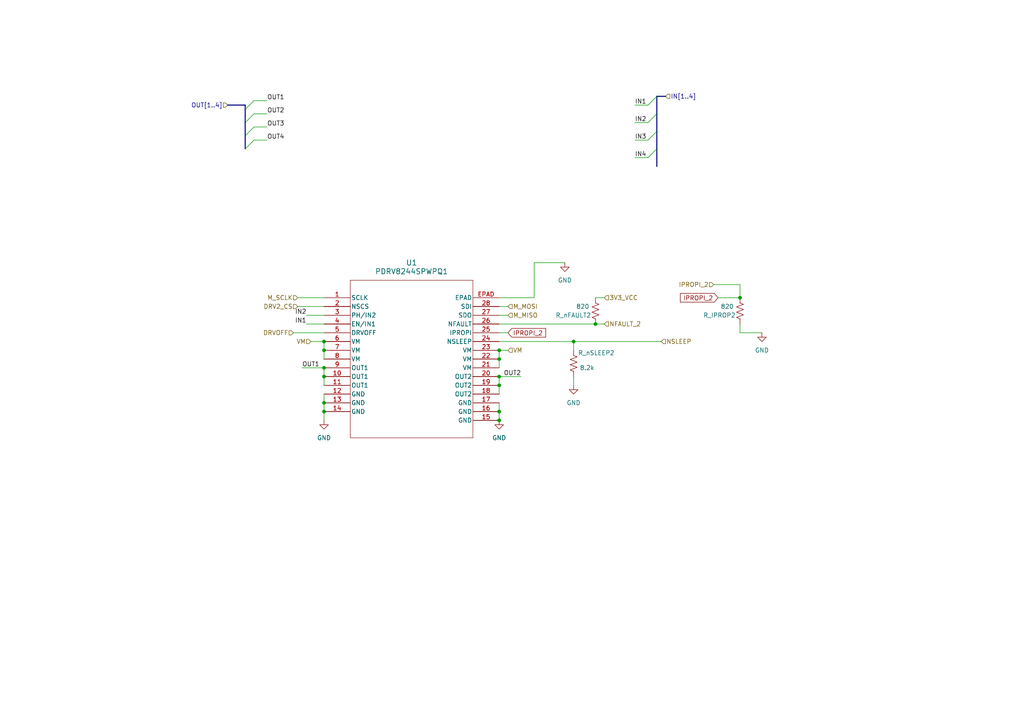
<source format=kicad_sch>
(kicad_sch (version 20231120) (generator "eeschema") (generator_version "8.0")
  (paper "A4")
  (lib_symbols
    (symbol "Device:R_US" (pin_numbers hide) (pin_names (offset 0))
      (property "Reference" "R" (at 2.54 0 90))
      (property "Value" "R_US" (at -2.54 0 90))
      (symbol "R_US_0_1"
        (polyline (pts (xy 0 -2.286) (xy 0 -2.54)))
        (polyline (pts (xy 0 2.286) (xy 0 2.54)))
        (polyline (pts (xy 0 -0.762) (xy 1.016 -1.143) (xy 0 -1.524) (xy -1.016 -1.905) (xy 0 -2.286)))
        (polyline (pts (xy 0 0.762) (xy 1.016 0.381) (xy 0 0) (xy -1.016 -0.381) (xy 0 -0.762)))
        (polyline (pts (xy 0 2.286) (xy 1.016 1.905) (xy 0 1.524) (xy -1.016 1.143) (xy 0 0.762)))
      )
      (symbol "R_US_1_1"
        (pin passive line (at 0 3.81 270) (length 1.27) (name "~") (number "1"))
        (pin passive line (at 0 -3.81 90) (length 1.27) (name "~") (number "2"))
      )
    )
    (symbol "PDRV8245SPWPQ1:PDRV8245SPWPQ1" (pin_names (offset 0.254))
      (property "Reference" "U" (at 25.4 10.16 0))
      (property "Value" "PDRV8245SPWPQ1" (at 25.4 7.62 0))
      (symbol "PDRV8245SPWPQ1_0_1"
        (polyline (pts (xy 7.62 -40.64) (xy 43.18 -40.64)) (stroke (width 0.127)))
        (polyline (pts (xy 7.62 5.08) (xy 7.62 -40.64)) (stroke (width 0.127)))
        (polyline (pts (xy 43.18 -40.64) (xy 43.18 5.08)) (stroke (width 0.127)))
        (polyline (pts (xy 43.18 5.08) (xy 7.62 5.08)) (stroke (width 0.127)))
        (pin input line (at 0 0 0) (length 7.62) (name "SCLK") (number "1"))
        (pin output line (at 0 -22.86 0) (length 7.62) (name "OUT1") (number "10"))
        (pin output line (at 0 -25.4 0) (length 7.62) (name "OUT1") (number "11"))
        (pin power_out line (at 0 -27.94 0) (length 7.62) (name "GND") (number "12"))
        (pin power_out line (at 0 -30.48 0) (length 7.62) (name "GND") (number "13"))
        (pin power_out line (at 0 -33.02 0) (length 7.62) (name "GND") (number "14"))
        (pin power_out line (at 50.8 -35.56 180) (length 7.62) (name "GND") (number "15"))
        (pin power_out line (at 50.8 -33.02 180) (length 7.62) (name "GND") (number "16"))
        (pin power_out line (at 50.8 -30.48 180) (length 7.62) (name "GND") (number "17"))
        (pin output line (at 50.8 -27.94 180) (length 7.62) (name "OUT2") (number "18"))
        (pin output line (at 50.8 -25.4 180) (length 7.62) (name "OUT2") (number "19"))
        (pin input line (at 0 -2.54 0) (length 7.62) (name "NSCS") (number "2"))
        (pin output line (at 50.8 -22.86 180) (length 7.62) (name "OUT2") (number "20"))
        (pin power_in line (at 50.8 -20.32 180) (length 7.62) (name "VM") (number "21"))
        (pin power_in line (at 50.8 -17.78 180) (length 7.62) (name "VM") (number "22"))
        (pin power_in line (at 50.8 -15.24 180) (length 7.62) (name "VM") (number "23"))
        (pin input line (at 50.8 -12.7 180) (length 7.62) (name "NSLEEP") (number "24"))
        (pin bidirectional line (at 50.8 -10.16 180) (length 7.62) (name "IPROPI") (number "25"))
        (pin output line (at 50.8 -7.62 180) (length 7.62) (name "NFAULT") (number "26"))
        (pin output line (at 50.8 -5.08 180) (length 7.62) (name "SDO") (number "27"))
        (pin input line (at 50.8 -2.54 180) (length 7.62) (name "SDI") (number "28"))
        (pin input line (at 0 -5.08 0) (length 7.62) (name "PH/IN2") (number "3"))
        (pin input line (at 0 -7.62 0) (length 7.62) (name "EN/IN1") (number "4"))
        (pin input line (at 0 -10.16 0) (length 7.62) (name "DRVOFF") (number "5"))
        (pin power_in line (at 0 -12.7 0) (length 7.62) (name "VM") (number "6"))
        (pin power_in line (at 0 -15.24 0) (length 7.62) (name "VM") (number "7"))
        (pin power_in line (at 0 -17.78 0) (length 7.62) (name "VM") (number "8"))
        (pin output line (at 0 -20.32 0) (length 7.62) (name "OUT1") (number "9"))
        (pin power_out line (at 50.8 0 180) (length 7.62) (name "EPAD") (number "EPAD"))
      )
    )
    (symbol "power:GND" (power) (pin_names (offset 0))
      (property "Value" "GND" (at 0 -3.81 0))
      (symbol "GND_0_1"
        (polyline (pts (xy 0 0) (xy 0 -1.27) (xy 1.27 -1.27) (xy 0 -2.54) (xy -1.27 -1.27) (xy 0 -1.27)))
      )
      (symbol "GND_1_1"
        (pin power_in line (at 0 0 270) (length 0) hide (name "GND") (number "1"))
      )
    )
  )
  (junction (at 166.37 99.06))
  (junction (at 93.98 106.68))
  (junction (at 93.98 119.38))
  (junction (at 144.78 101.6))
  (junction (at 93.98 116.84))
  (junction (at 144.78 119.38))
  (junction (at 93.98 101.6))
  (junction (at 93.98 109.22))
  (junction (at 93.98 99.06))
  (junction (at 144.78 121.92))
  (junction (at 144.78 109.22))
  (junction (at 172.72 93.98))
  (junction (at 144.78 111.76))
  (junction (at 144.78 104.14))
  (junction (at 214.63 86.36))
  (bus_entry (at 71.12 43.18) (size 2.54 -2.54))
  (bus_entry (at 71.12 31.75) (size 2.54 -2.54))
  (bus_entry (at 71.12 35.56) (size 2.54 -2.54))
  (bus_entry (at 190.5 27.94) (size -2.54 2.54))
  (bus_entry (at 190.5 38.1) (size -2.54 2.54))
  (bus_entry (at 190.5 33.02) (size -2.54 2.54))
  (bus_entry (at 190.5 43.18) (size -2.54 2.54))
  (bus_entry (at 71.12 39.37) (size 2.54 -2.54))
  (wire (pts (xy 144.78 101.6) (xy 144.78 104.14)))
  (wire (pts (xy 144.78 96.52) (xy 147.32 96.52)))
  (wire (pts (xy 144.78 111.76) (xy 144.78 114.3)))
  (wire (pts (xy 151.13 109.22) (xy 144.78 109.22)))
  (wire (pts (xy 85.09 96.52) (xy 93.98 96.52)))
  (wire (pts (xy 172.72 93.98) (xy 175.26 93.98)))
  (wire (pts (xy 208.28 86.36) (xy 214.63 86.36)))
  (wire (pts (xy 93.98 101.6) (xy 93.98 104.14)))
  (wire (pts (xy 73.66 29.21) (xy 77.47 29.21)))
  (wire (pts (xy 93.98 119.38) (xy 93.98 121.92)))
  (wire (pts (xy 87.63 106.68) (xy 93.98 106.68)))
  (wire (pts (xy 93.98 114.3) (xy 93.98 116.84)))
  (wire (pts (xy 144.78 119.38) (xy 144.78 121.92)))
  (wire (pts (xy 93.98 106.68) (xy 93.98 109.22)))
  (wire (pts (xy 184.15 35.56) (xy 187.96 35.56)))
  (wire (pts (xy 144.78 99.06) (xy 166.37 99.06)))
  (wire (pts (xy 93.98 109.22) (xy 93.98 111.76)))
  (wire (pts (xy 207.01 82.55) (xy 214.63 82.55)))
  (wire (pts (xy 144.78 109.22) (xy 144.78 111.76)))
  (wire (pts (xy 144.78 88.9) (xy 147.32 88.9)))
  (wire (pts (xy 90.17 99.06) (xy 93.98 99.06)))
  (bus (pts (xy 71.12 35.56) (xy 71.12 39.37)))
  (wire (pts (xy 86.36 86.36) (xy 93.98 86.36)))
  (wire (pts (xy 184.15 30.48) (xy 187.96 30.48)))
  (wire (pts (xy 93.98 116.84) (xy 93.98 119.38)))
  (wire (pts (xy 166.37 101.6) (xy 166.37 99.06)))
  (wire (pts (xy 214.63 82.55) (xy 214.63 86.36)))
  (wire (pts (xy 93.98 91.44) (xy 88.9 91.44)))
  (wire (pts (xy 166.37 99.06) (xy 191.77 99.06)))
  (bus (pts (xy 66.04 30.48) (xy 71.12 30.48)))
  (wire (pts (xy 144.78 91.44) (xy 147.32 91.44)))
  (wire (pts (xy 73.66 40.64) (xy 77.47 40.64)))
  (bus (pts (xy 71.12 39.37) (xy 71.12 43.18)))
  (wire (pts (xy 93.98 93.98) (xy 88.9 93.98)))
  (bus (pts (xy 71.12 30.48) (xy 71.12 31.75)))
  (wire (pts (xy 214.63 93.98) (xy 214.63 96.52)))
  (wire (pts (xy 154.94 76.2) (xy 163.83 76.2)))
  (wire (pts (xy 93.98 99.06) (xy 93.98 101.6)))
  (bus (pts (xy 71.12 31.75) (xy 71.12 35.56)))
  (wire (pts (xy 73.66 33.02) (xy 77.47 33.02)))
  (bus (pts (xy 190.5 38.1) (xy 190.5 43.18)))
  (bus (pts (xy 190.5 43.18) (xy 190.5 48.26)))
  (wire (pts (xy 172.72 86.36) (xy 175.26 86.36)))
  (wire (pts (xy 154.94 76.2) (xy 154.94 86.36)))
  (wire (pts (xy 144.78 101.6) (xy 147.32 101.6)))
  (wire (pts (xy 144.78 104.14) (xy 144.78 106.68)))
  (bus (pts (xy 190.5 33.02) (xy 190.5 38.1)))
  (wire (pts (xy 214.63 96.52) (xy 220.98 96.52)))
  (wire (pts (xy 73.66 36.83) (xy 77.47 36.83)))
  (wire (pts (xy 154.94 86.36) (xy 144.78 86.36)))
  (bus (pts (xy 190.5 27.94) (xy 190.5 33.02)))
  (wire (pts (xy 166.37 111.76) (xy 166.37 109.22)))
  (wire (pts (xy 184.15 45.72) (xy 187.96 45.72)))
  (bus (pts (xy 190.5 27.94) (xy 193.04 27.94)))
  (wire (pts (xy 86.36 88.9) (xy 93.98 88.9)))
  (wire (pts (xy 144.78 93.98) (xy 172.72 93.98)))
  (wire (pts (xy 184.15 40.64) (xy 187.96 40.64)))
  (wire (pts (xy 144.78 116.84) (xy 144.78 119.38)))
  (label "OUT1" (at 77.47 29.21 0))
  (label "IN2" (at 88.9 91.44 180))
  (label "IN3" (at 184.15 40.64 0))
  (label "OUT2" (at 151.13 109.22 180))
  (label "IN4" (at 184.15 45.72 0))
  (label "OUT2" (at 77.47 33.02 0))
  (label "IN2" (at 184.15 35.56 0))
  (label "OUT1" (at 87.63 106.68 0))
  (label "OUT4" (at 77.47 40.64 0))
  (label "OUT3" (at 77.47 36.83 0))
  (label "IN1" (at 184.15 30.48 0))
  (label "IN1" (at 88.9 93.98 180))
  (global_label "IPROPI_2" (shape input) (at 147.32 96.52 0) (property "Intersheetrefs" "${INTERSHEET_REFS}" (effects (hide yes))))
  (global_label "IPROPI_2" (shape input) (at 208.28 86.36 180) (property "Intersheetrefs" "${INTERSHEET_REFS}" (effects (hide yes))))
  (hierarchical_label "IN[1..4]" (shape input) (at 193.04 27.94 0))
  (hierarchical_label "NFAULT_2" (shape input) (at 175.26 93.98 0))
  (hierarchical_label "VM" (shape input) (at 90.17 99.06 180))
  (hierarchical_label "VM" (shape input) (at 147.32 101.6 0))
  (hierarchical_label "M_MOSI" (shape input) (at 147.32 88.9 0))
  (hierarchical_label "NSLEEP" (shape input) (at 191.77 99.06 0))
  (hierarchical_label "OUT[1..4]" (shape input) (at 66.04 30.48 180))
  (hierarchical_label "DRVOFF" (shape input) (at 85.09 96.52 180))
  (hierarchical_label "IPROPI_2" (shape input) (at 207.01 82.55 180))
  (hierarchical_label "M_MISO" (shape input) (at 147.32 91.44 0))
  (hierarchical_label "DRV2_CS" (shape input) (at 86.36 88.9 180))
  (hierarchical_label "3V3_VCC" (shape input) (at 175.26 86.36 0))
  (hierarchical_label "M_SCLK" (shape input) (at 86.36 86.36 180))
  (symbol (lib_id "Device:R_US") (at 214.63 90.17 0) (unit 1)
    (property "Reference" "R_IPROP2" (at 213.36 91.44 0) (effects (justify right)))
    (property "Value" "820" (at 212.852 88.9 0) (effects (justify right)))
    (property "Footprint" "Resistor_SMD:R_0603_1608Metric" (effects (hide yes)))
    (property "Description" "Resistor, US symbol" (effects (hide yes)))
    (property "LCSC" "C23253" (effects (hide yes)))
    (property "LCSC Part" "C23253" (effects (hide yes)))
    (property "LCSC Part Number" "C23253" (effects (hide yes)))
  )
  (symbol (lib_id "power:GND") (at 166.37 111.76 0) (unit 1)
    (property "Reference" "#PWR08" (effects (hide yes)))
    (property "Value" "GND" (at 166.37 116.84 0))
  )
  (symbol (lib_id "power:GND") (at 220.98 96.52 0) (unit 1)
    (property "Reference" "#PWR015" (effects (hide yes)))
    (property "Value" "GND" (at 220.98 101.6 0))
  )
  (symbol (lib_id "Device:R_US") (at 172.72 90.17 0) (unit 1)
    (property "Reference" "R_nFAULT2" (at 171.45 91.44 0) (effects (justify right)))
    (property "Value" "820" (at 170.942 88.9 0) (effects (justify right)))
    (property "Footprint" "Resistor_SMD:R_0603_1608Metric" (effects (hide yes)))
    (property "Description" "Resistor, US symbol" (effects (hide yes)))
    (property "LCSC" "C23253" (effects (hide yes)))
    (property "LCSC Part" "C23253" (effects (hide yes)))
    (property "LCSC Part Number" "C23253" (effects (hide yes)))
  )
  (symbol (lib_id "power:GND") (at 144.78 121.92 0) (unit 1)
    (property "Reference" "#PWR06" (effects (hide yes)))
    (property "Value" "GND" (at 144.78 127 0))
  )
  (symbol (lib_id "power:GND") (at 163.83 76.2 0) (unit 1)
    (property "Reference" "#PWR07" (effects (hide yes)))
    (property "Value" "GND" (at 163.83 81.28 0))
  )
  (symbol (lib_id "power:GND") (at 93.98 121.92 0) (unit 1)
    (property "Reference" "#PWR05" (effects (hide yes)))
    (property "Value" "GND" (at 93.98 127 0))
  )
  (symbol (lib_id "Device:R_US") (at 166.37 105.41 180) (unit 1)
    (property "Reference" "R_nSLEEP2" (at 167.64 102.362 0) (effects (justify right)))
    (property "Value" "8.2k" (at 168.148 106.68 0) (effects (justify right)))
    (property "Footprint" "Resistor_SMD:R_0603_1608Metric" (effects (hide yes)))
    (property "Description" "Resistor, US symbol" (effects (hide yes)))
    (property "LCSC" "C25981" (effects (hide yes)))
    (property "LCSC Part" "C25981" (effects (hide yes)))
    (property "LCSC Part Number" "C25981" (effects (hide yes)))
  )
  (symbol (lib_id "PDRV8245SPWPQ1:PDRV8245SPWPQ1") (at 93.98 86.36 0) (unit 1)
    (property "Reference" "U1" (at 119.38 76.2 0) (effects (font (size 1.524 1.524))))
    (property "Value" "PDRV8244SPWPQ1" (at 119.38 78.74 0) (effects (font (size 1.524 1.524))))
    (property "Footprint" "PDRV8244SDGQQ1:U_DGQ0028A_TEX-L" (effects (hide yes)))
    (property "Datasheet" "PDRV8244SPWPQ1" (effects (hide yes)))
  )
)
</source>
